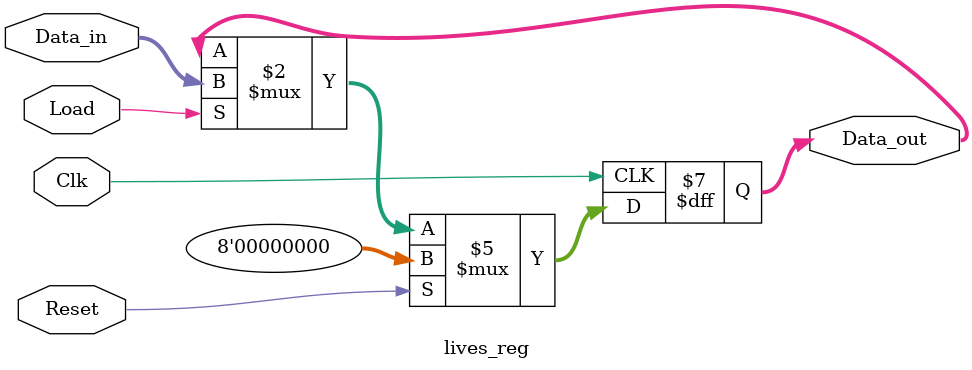
<source format=sv>
module lives_reg (input Clk, Reset, Load,
					input [7:0] Data_in,
					output logic [7:0] Data_out
);

			always_ff @(posedge Clk)
			begin
				if(Reset)
					Data_out <= 8'b0;
				else if(Load)
					Data_out <= Data_in;

			end
					
endmodule
</source>
